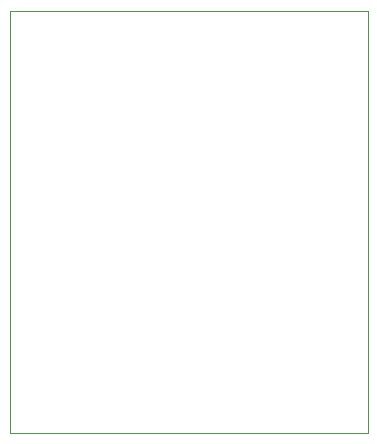
<source format=gm1>
%TF.GenerationSoftware,KiCad,Pcbnew,6.0.11+dfsg-1*%
%TF.CreationDate,2024-02-21T15:30:31+01:00*%
%TF.ProjectId,PCB_TMS,5043425f-544d-4532-9e6b-696361645f70,rev?*%
%TF.SameCoordinates,Original*%
%TF.FileFunction,Profile,NP*%
%FSLAX46Y46*%
G04 Gerber Fmt 4.6, Leading zero omitted, Abs format (unit mm)*
G04 Created by KiCad (PCBNEW 6.0.11+dfsg-1) date 2024-02-21 15:30:31*
%MOMM*%
%LPD*%
G01*
G04 APERTURE LIST*
%TA.AperFunction,Profile*%
%ADD10C,0.100000*%
%TD*%
G04 APERTURE END LIST*
D10*
X127250000Y-75950000D02*
X157600000Y-75950000D01*
X157600000Y-75950000D02*
X157600000Y-111666000D01*
X157600000Y-111666000D02*
X127250000Y-111666000D01*
X127250000Y-111666000D02*
X127250000Y-75950000D01*
M02*

</source>
